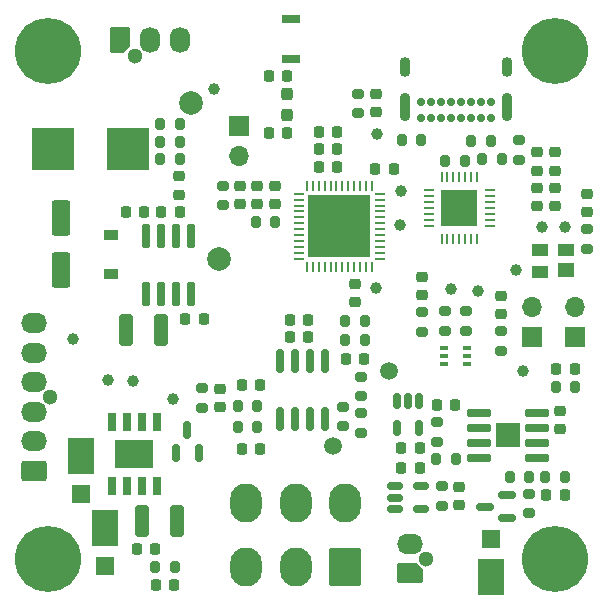
<source format=gts>
G04 #@! TF.GenerationSoftware,KiCad,Pcbnew,(6.0.2)*
G04 #@! TF.CreationDate,2022-07-14T22:41:21+01:00*
G04 #@! TF.ProjectId,Actuators Board,41637475-6174-46f7-9273-20426f617264,rev?*
G04 #@! TF.SameCoordinates,Original*
G04 #@! TF.FileFunction,Soldermask,Top*
G04 #@! TF.FilePolarity,Negative*
%FSLAX46Y46*%
G04 Gerber Fmt 4.6, Leading zero omitted, Abs format (unit mm)*
G04 Created by KiCad (PCBNEW (6.0.2)) date 2022-07-14 22:41:21*
%MOMM*%
%LPD*%
G01*
G04 APERTURE LIST*
G04 Aperture macros list*
%AMRoundRect*
0 Rectangle with rounded corners*
0 $1 Rounding radius*
0 $2 $3 $4 $5 $6 $7 $8 $9 X,Y pos of 4 corners*
0 Add a 4 corners polygon primitive as box body*
4,1,4,$2,$3,$4,$5,$6,$7,$8,$9,$2,$3,0*
0 Add four circle primitives for the rounded corners*
1,1,$1+$1,$2,$3*
1,1,$1+$1,$4,$5*
1,1,$1+$1,$6,$7*
1,1,$1+$1,$8,$9*
0 Add four rect primitives between the rounded corners*
20,1,$1+$1,$2,$3,$4,$5,0*
20,1,$1+$1,$4,$5,$6,$7,0*
20,1,$1+$1,$6,$7,$8,$9,0*
20,1,$1+$1,$8,$9,$2,$3,0*%
%AMFreePoly0*
4,1,23,0.945671,0.830970,1.026777,0.776777,1.080970,0.695671,1.100000,0.600000,1.100000,-0.600000,1.080970,-0.695671,1.026777,-0.776777,0.945671,-0.830970,0.850000,-0.850000,-0.450000,-0.850000,-0.545671,-0.830970,-0.626777,-0.776777,-0.626779,-0.776774,-1.026777,-0.376777,-1.080970,-0.295671,-1.100000,-0.200000,-1.100000,0.600000,-1.080970,0.695671,-1.026777,0.776777,-0.945671,0.830970,
-0.850000,0.850000,0.850000,0.850000,0.945671,0.830970,0.945671,0.830970,$1*%
G04 Aperture macros list end*
%ADD10R,1.700000X1.700000*%
%ADD11O,1.700000X1.700000*%
%ADD12C,2.000000*%
%ADD13RoundRect,0.200000X0.200000X0.275000X-0.200000X0.275000X-0.200000X-0.275000X0.200000X-0.275000X0*%
%ADD14RoundRect,0.200000X-0.200000X-0.275000X0.200000X-0.275000X0.200000X0.275000X-0.200000X0.275000X0*%
%ADD15C,1.000000*%
%ADD16C,5.600000*%
%ADD17R,1.520000X1.500000*%
%ADD18R,2.200000X3.100000*%
%ADD19RoundRect,0.237500X0.237500X-0.287500X0.237500X0.287500X-0.237500X0.287500X-0.237500X-0.287500X0*%
%ADD20RoundRect,0.250000X-0.325000X-1.100000X0.325000X-1.100000X0.325000X1.100000X-0.325000X1.100000X0*%
%ADD21RoundRect,0.225000X0.225000X0.250000X-0.225000X0.250000X-0.225000X-0.250000X0.225000X-0.250000X0*%
%ADD22RoundRect,0.200000X-0.275000X0.200000X-0.275000X-0.200000X0.275000X-0.200000X0.275000X0.200000X0*%
%ADD23RoundRect,0.200000X0.275000X-0.200000X0.275000X0.200000X-0.275000X0.200000X-0.275000X-0.200000X0*%
%ADD24RoundRect,0.225000X-0.225000X-0.250000X0.225000X-0.250000X0.225000X0.250000X-0.225000X0.250000X0*%
%ADD25R,0.700000X1.525000*%
%ADD26R,3.200000X2.400000*%
%ADD27C,1.300000*%
%ADD28RoundRect,0.250000X0.850000X0.600000X-0.850000X0.600000X-0.850000X-0.600000X0.850000X-0.600000X0*%
%ADD29O,2.200000X1.700000*%
%ADD30RoundRect,0.250000X-0.550000X1.250000X-0.550000X-1.250000X0.550000X-1.250000X0.550000X1.250000X0*%
%ADD31RoundRect,0.250001X1.099999X1.399999X-1.099999X1.399999X-1.099999X-1.399999X1.099999X-1.399999X0*%
%ADD32O,2.700000X3.300000*%
%ADD33RoundRect,0.225000X-0.250000X0.225000X-0.250000X-0.225000X0.250000X-0.225000X0.250000X0.225000X0*%
%ADD34RoundRect,0.150000X0.587500X0.150000X-0.587500X0.150000X-0.587500X-0.150000X0.587500X-0.150000X0*%
%ADD35RoundRect,0.218750X-0.218750X-0.256250X0.218750X-0.256250X0.218750X0.256250X-0.218750X0.256250X0*%
%ADD36RoundRect,0.218750X-0.256250X0.218750X-0.256250X-0.218750X0.256250X-0.218750X0.256250X0.218750X0*%
%ADD37RoundRect,0.150000X-0.512500X-0.150000X0.512500X-0.150000X0.512500X0.150000X-0.512500X0.150000X0*%
%ADD38C,0.700000*%
%ADD39O,0.900000X1.700000*%
%ADD40O,0.900000X2.400000*%
%ADD41RoundRect,0.225000X0.250000X-0.225000X0.250000X0.225000X-0.250000X0.225000X-0.250000X-0.225000X0*%
%ADD42RoundRect,0.218750X0.256250X-0.218750X0.256250X0.218750X-0.256250X0.218750X-0.256250X-0.218750X0*%
%ADD43C,1.500000*%
%ADD44RoundRect,0.042000X0.258000X-0.943000X0.258000X0.943000X-0.258000X0.943000X-0.258000X-0.943000X0*%
%ADD45R,1.200000X0.900000*%
%ADD46RoundRect,0.042000X0.943000X0.258000X-0.943000X0.258000X-0.943000X-0.258000X0.943000X-0.258000X0*%
%ADD47R,2.150000X2.150000*%
%ADD48RoundRect,0.250000X0.325000X1.100000X-0.325000X1.100000X-0.325000X-1.100000X0.325000X-1.100000X0*%
%ADD49RoundRect,0.150000X-0.150000X0.825000X-0.150000X-0.825000X0.150000X-0.825000X0.150000X0.825000X0*%
%ADD50FreePoly0,90.000000*%
%ADD51O,1.700000X2.200000*%
%ADD52R,0.650000X0.400000*%
%ADD53RoundRect,0.150000X-0.150000X0.512500X-0.150000X-0.512500X0.150000X-0.512500X0.150000X0.512500X0*%
%ADD54R,0.900000X0.254000*%
%ADD55R,0.254000X0.900000*%
%ADD56R,3.100000X3.100000*%
%ADD57RoundRect,0.062500X-0.337500X-0.062500X0.337500X-0.062500X0.337500X0.062500X-0.337500X0.062500X0*%
%ADD58RoundRect,0.062500X-0.062500X-0.337500X0.062500X-0.337500X0.062500X0.337500X-0.062500X0.337500X0*%
%ADD59R,5.300000X5.300000*%
%ADD60R,1.600000X0.800000*%
%ADD61R,3.600000X3.600000*%
%ADD62RoundRect,0.150000X0.150000X-0.587500X0.150000X0.587500X-0.150000X0.587500X-0.150000X-0.587500X0*%
%ADD63R,1.400000X1.200000*%
%ADD64R,1.400000X1.000000*%
%ADD65FreePoly0,180.000000*%
G04 APERTURE END LIST*
D10*
X74670000Y-39830000D03*
D11*
X74670000Y-42370000D03*
D12*
X72980000Y-51060000D03*
D13*
X102300000Y-69500000D03*
X100650000Y-69500000D03*
D14*
X67625000Y-77150000D03*
X69275000Y-77150000D03*
D15*
X69120000Y-62910000D03*
D16*
X58500000Y-76500000D03*
D17*
X63360000Y-77070000D03*
D18*
X63360000Y-73850000D03*
D19*
X78775000Y-38875000D03*
X78775000Y-37125000D03*
D20*
X66500000Y-73237500D03*
X69450000Y-73237500D03*
D14*
X95325000Y-42590000D03*
X96975000Y-42590000D03*
D21*
X83025000Y-41800000D03*
X81475000Y-41800000D03*
D22*
X85040000Y-64135000D03*
X85040000Y-65785000D03*
D23*
X83550000Y-65225000D03*
X83550000Y-63575000D03*
D24*
X74950000Y-67200000D03*
X76500000Y-67200000D03*
D25*
X63920000Y-70262000D03*
X65190000Y-70262000D03*
X66460000Y-70262000D03*
X67730000Y-70262000D03*
X67730000Y-64838000D03*
X66460000Y-64838000D03*
X65190000Y-64838000D03*
X63920000Y-64838000D03*
D26*
X65825000Y-67550000D03*
D27*
X58710000Y-62750000D03*
D28*
X57370000Y-69000000D03*
D29*
X57370000Y-66500000D03*
X57370000Y-64000000D03*
X57370000Y-61500000D03*
X57370000Y-59000000D03*
X57370000Y-56500000D03*
D15*
X65700000Y-61425000D03*
D14*
X74615000Y-63520000D03*
X76265000Y-63520000D03*
D15*
X94970000Y-53760229D03*
D30*
X59675000Y-47575000D03*
X59675000Y-51975000D03*
D23*
X73340000Y-46505000D03*
X73340000Y-44855000D03*
X84750000Y-38725000D03*
X84750000Y-37075000D03*
D31*
X83725000Y-77190000D03*
D32*
X79525000Y-77190000D03*
X75325000Y-77190000D03*
X83725000Y-71690000D03*
X79525000Y-71690000D03*
X75325000Y-71690000D03*
D33*
X99980000Y-42045000D03*
X99980000Y-43595000D03*
D34*
X97387500Y-72987500D03*
X97387500Y-71087500D03*
X95512500Y-72037500D03*
D21*
X78775000Y-40425000D03*
X77225000Y-40425000D03*
D24*
X70167039Y-56172038D03*
X71717039Y-56172038D03*
D35*
X67662500Y-78650000D03*
X69237500Y-78650000D03*
D36*
X93362500Y-70337500D03*
X93362500Y-71912500D03*
D37*
X87887500Y-70325000D03*
X87887500Y-71275000D03*
X87887500Y-72225000D03*
X90162500Y-72225000D03*
X90162500Y-70325000D03*
D24*
X79015000Y-57700000D03*
X80565000Y-57700000D03*
D36*
X90205000Y-52585000D03*
X90205000Y-54160000D03*
D14*
X83725000Y-57970000D03*
X85375000Y-57970000D03*
D17*
X96075000Y-74790000D03*
D18*
X96075000Y-78010000D03*
D38*
X96085000Y-39165000D03*
X95235000Y-39165000D03*
X94385000Y-39165000D03*
X93535000Y-39165000D03*
X92685000Y-39165000D03*
X91835000Y-39165000D03*
X90985000Y-39165000D03*
X90135000Y-39165000D03*
X90135000Y-37815000D03*
X90985000Y-37815000D03*
X91835000Y-37815000D03*
X92685000Y-37815000D03*
X93535000Y-37815000D03*
X94385000Y-37815000D03*
X95235000Y-37815000D03*
X96085000Y-37815000D03*
D39*
X97435000Y-34805000D03*
D40*
X97435000Y-38185000D03*
X88785000Y-38185000D03*
D39*
X88785000Y-34805000D03*
D22*
X91500000Y-64875000D03*
X91500000Y-66525000D03*
D41*
X96890855Y-55730000D03*
X96890855Y-54180000D03*
D13*
X90143540Y-41007319D03*
X88493540Y-41007319D03*
D23*
X85040000Y-62705000D03*
X85040000Y-61055000D03*
D42*
X86350000Y-38662500D03*
X86350000Y-37087500D03*
D13*
X69712039Y-42628088D03*
X68062039Y-42628088D03*
D17*
X61300000Y-70960000D03*
D18*
X61300000Y-67740000D03*
D23*
X91862500Y-71950000D03*
X91862500Y-70300000D03*
D14*
X68062039Y-39627038D03*
X69712039Y-39627038D03*
D23*
X99231049Y-72585418D03*
X99231049Y-70935418D03*
D16*
X101500000Y-33500000D03*
D23*
X93890000Y-57150229D03*
X93890000Y-55500229D03*
D22*
X98440000Y-41005000D03*
X98440000Y-42655000D03*
D43*
X87400000Y-60560000D03*
D36*
X104170000Y-45535000D03*
X104170000Y-47110000D03*
D15*
X88410000Y-45340000D03*
D21*
X67625000Y-75637500D03*
X66075000Y-75637500D03*
X90012500Y-68775000D03*
X88462500Y-68775000D03*
D44*
X66835000Y-54055019D03*
X68105000Y-54055019D03*
X69375000Y-54055019D03*
X70645000Y-54055019D03*
X70645000Y-49115019D03*
X69375000Y-49115019D03*
X68105000Y-49115019D03*
X66835000Y-49115019D03*
D45*
X63837039Y-49077038D03*
X63837039Y-52377038D03*
D24*
X74950000Y-61750000D03*
X76500000Y-61750000D03*
D15*
X92630000Y-53610229D03*
X63625000Y-61325000D03*
D46*
X99960000Y-67905000D03*
X99960000Y-66635000D03*
X99960000Y-65365000D03*
X99960000Y-64095000D03*
X95020000Y-64095000D03*
X95020000Y-65365000D03*
X95020000Y-66635000D03*
X95020000Y-67905000D03*
D47*
X97490000Y-66000000D03*
D21*
X90000000Y-67075000D03*
X88450000Y-67075000D03*
D15*
X98150000Y-52000000D03*
D10*
X103150000Y-57700000D03*
D11*
X103150000Y-55160000D03*
D48*
X68100000Y-57042519D03*
X65150000Y-57042519D03*
D15*
X98715855Y-60580000D03*
D49*
X81980000Y-59700000D03*
X80710000Y-59700000D03*
X79440000Y-59700000D03*
X78170000Y-59700000D03*
X78170000Y-64650000D03*
X79440000Y-64650000D03*
X80710000Y-64650000D03*
X81980000Y-64650000D03*
D10*
X99530855Y-57700000D03*
D11*
X99530855Y-55160000D03*
D15*
X88370000Y-48190000D03*
D23*
X71575000Y-63675000D03*
X71575000Y-62025000D03*
D24*
X79015000Y-56200000D03*
X80565000Y-56200000D03*
D14*
X76135000Y-47920000D03*
X77785000Y-47920000D03*
X94384388Y-41097834D03*
X96034388Y-41097834D03*
D27*
X65925000Y-33865000D03*
D50*
X64675000Y-32525000D03*
D51*
X67175000Y-32525000D03*
X69675000Y-32525000D03*
D23*
X96890855Y-58840000D03*
X96890855Y-57190000D03*
D14*
X101530855Y-61950000D03*
X103180855Y-61950000D03*
D52*
X92090000Y-58650229D03*
X92090000Y-59300229D03*
X92090000Y-59950229D03*
X93990000Y-59950229D03*
X93990000Y-59300229D03*
X93990000Y-58650229D03*
D21*
X83025000Y-40300000D03*
X81475000Y-40300000D03*
D53*
X89950000Y-63087500D03*
X89000000Y-63087500D03*
X88050000Y-63087500D03*
X88050000Y-65362500D03*
X89950000Y-65362500D03*
D13*
X99300000Y-69500000D03*
X97650000Y-69500000D03*
D33*
X84510000Y-53175000D03*
X84510000Y-54725000D03*
D16*
X101500000Y-76500000D03*
D54*
X95953250Y-48250000D03*
X95953250Y-47750000D03*
X95953250Y-47250000D03*
X95953250Y-46750000D03*
X95953250Y-46250000D03*
X95953250Y-45750000D03*
X95953250Y-45250000D03*
D55*
X94863250Y-44160000D03*
X94363250Y-44160000D03*
X93863250Y-44160000D03*
X93363250Y-44160000D03*
X92863250Y-44160000D03*
X92363250Y-44160000D03*
X91863250Y-44160000D03*
D54*
X90773250Y-45250000D03*
X90773250Y-45750000D03*
X90773250Y-46250000D03*
X90773250Y-46750000D03*
X90773250Y-47250000D03*
X90773250Y-47750000D03*
X90773250Y-48250000D03*
D55*
X91863250Y-49340000D03*
X92363250Y-49340000D03*
X92863250Y-49340000D03*
X93363250Y-49340000D03*
X93863250Y-49340000D03*
X94363250Y-49340000D03*
X94863250Y-49340000D03*
D56*
X93363250Y-46750000D03*
D15*
X100370000Y-48360000D03*
D21*
X103130855Y-60425000D03*
X101580855Y-60425000D03*
D23*
X90200000Y-57225000D03*
X90200000Y-55575000D03*
D57*
X79760000Y-45550000D03*
X79760000Y-46050000D03*
X79760000Y-46550000D03*
X79760000Y-47050000D03*
X79760000Y-47550000D03*
X79760000Y-48050000D03*
X79760000Y-48550000D03*
X79760000Y-49050000D03*
X79760000Y-49550000D03*
X79760000Y-50050000D03*
X79760000Y-50550000D03*
X79760000Y-51050000D03*
D58*
X80460000Y-51750000D03*
X80960000Y-51750000D03*
X81460000Y-51750000D03*
X81960000Y-51750000D03*
X82460000Y-51750000D03*
X82960000Y-51750000D03*
X83460000Y-51750000D03*
X83960000Y-51750000D03*
X84460000Y-51750000D03*
X84960000Y-51750000D03*
X85460000Y-51750000D03*
X85960000Y-51750000D03*
D57*
X86660000Y-51050000D03*
X86660000Y-50550000D03*
X86660000Y-50050000D03*
X86660000Y-49550000D03*
X86660000Y-49050000D03*
X86660000Y-48550000D03*
X86660000Y-48050000D03*
X86660000Y-47550000D03*
X86660000Y-47050000D03*
X86660000Y-46550000D03*
X86660000Y-46050000D03*
X86660000Y-45550000D03*
D58*
X85960000Y-44850000D03*
X85460000Y-44850000D03*
X84960000Y-44850000D03*
X84460000Y-44850000D03*
X83960000Y-44850000D03*
X83460000Y-44850000D03*
X82960000Y-44850000D03*
X82460000Y-44850000D03*
X81960000Y-44850000D03*
X81460000Y-44850000D03*
X80960000Y-44850000D03*
X80460000Y-44850000D03*
D59*
X83210000Y-48300000D03*
D15*
X102330000Y-48390000D03*
D41*
X69637039Y-45627038D03*
X69637039Y-44077038D03*
D60*
X79086934Y-34147578D03*
X79086934Y-30747578D03*
D15*
X60675000Y-57850000D03*
D43*
X82680000Y-66920000D03*
D21*
X85325000Y-59520000D03*
X83775000Y-59520000D03*
D35*
X100737500Y-71025000D03*
X102312500Y-71025000D03*
D15*
X72630000Y-36670000D03*
X86400000Y-40450000D03*
D12*
X70675000Y-37844000D03*
D14*
X85375000Y-56350000D03*
X83725000Y-56350000D03*
X91425000Y-67975000D03*
X93075000Y-67975000D03*
D21*
X69682563Y-47087409D03*
X68132563Y-47087409D03*
D23*
X104170000Y-50215000D03*
X104170000Y-48565000D03*
D16*
X58500000Y-33500000D03*
D24*
X86250000Y-43420000D03*
X87800000Y-43420000D03*
D61*
X65350000Y-41775000D03*
X58950000Y-41775000D03*
D41*
X76260000Y-46455000D03*
X76260000Y-44905000D03*
D21*
X78800000Y-35575000D03*
X77250000Y-35575000D03*
D15*
X86300000Y-53555000D03*
D41*
X101490000Y-46605000D03*
X101490000Y-45055000D03*
X74800000Y-46455000D03*
X74800000Y-44905000D03*
D62*
X69400000Y-67462500D03*
X71300000Y-67462500D03*
X70350000Y-65587500D03*
D63*
X102400000Y-52020000D03*
D64*
X102400000Y-50300000D03*
X100200000Y-50300000D03*
X100200000Y-52200000D03*
D23*
X92170000Y-57140229D03*
X92170000Y-55490229D03*
D13*
X76265000Y-65300000D03*
X74615000Y-65300000D03*
D21*
X83025000Y-43300000D03*
X81475000Y-43300000D03*
D13*
X69712662Y-41128088D03*
X68062662Y-41128088D03*
D41*
X99980000Y-46605000D03*
X99980000Y-45055000D03*
D27*
X90540000Y-76450000D03*
D65*
X89200000Y-77700000D03*
D29*
X89200000Y-75200000D03*
D41*
X73075000Y-63625000D03*
X73075000Y-62075000D03*
D14*
X92188828Y-42745110D03*
X93838828Y-42745110D03*
D21*
X93025000Y-63425000D03*
X91475000Y-63425000D03*
D33*
X101490000Y-42045000D03*
X101490000Y-43595000D03*
D41*
X77720000Y-46455000D03*
X77720000Y-44905000D03*
D24*
X65117110Y-47084757D03*
X66667110Y-47084757D03*
D33*
X101930000Y-63945000D03*
X101930000Y-65495000D03*
M02*

</source>
